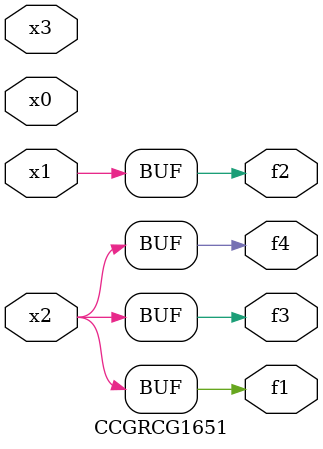
<source format=v>
module CCGRCG1651(
	input x0, x1, x2, x3,
	output f1, f2, f3, f4
);
	assign f1 = x2;
	assign f2 = x1;
	assign f3 = x2;
	assign f4 = x2;
endmodule

</source>
